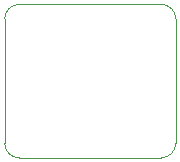
<source format=gm1>
G04 #@! TF.GenerationSoftware,KiCad,Pcbnew,(5.1.6)-1*
G04 #@! TF.CreationDate,2020-08-20T16:01:08-07:00*
G04 #@! TF.ProjectId,Momentary-Power-Toggle,4d6f6d65-6e74-4617-9279-2d506f776572,rev?*
G04 #@! TF.SameCoordinates,Original*
G04 #@! TF.FileFunction,Profile,NP*
%FSLAX46Y46*%
G04 Gerber Fmt 4.6, Leading zero omitted, Abs format (unit mm)*
G04 Created by KiCad (PCBNEW (5.1.6)-1) date 2020-08-20 16:01:08*
%MOMM*%
%LPD*%
G01*
G04 APERTURE LIST*
G04 #@! TA.AperFunction,Profile*
%ADD10C,0.050000*%
G04 #@! TD*
G04 APERTURE END LIST*
D10*
X96750000Y-87500000D02*
G75*
G02*
X95500000Y-88750000I-1250000J0D01*
G01*
X95500000Y-75750000D02*
G75*
G02*
X96750000Y-77000000I0J-1250000D01*
G01*
X82250000Y-77000000D02*
G75*
G02*
X83500000Y-75750000I1250000J0D01*
G01*
X83500000Y-88750000D02*
G75*
G02*
X82250000Y-87500000I0J1250000D01*
G01*
X82250000Y-87500000D02*
X82250000Y-77000000D01*
X95500000Y-88750000D02*
X83500000Y-88750000D01*
X96750000Y-77000000D02*
X96750000Y-87500000D01*
X83500000Y-75750000D02*
X95500000Y-75750000D01*
M02*

</source>
